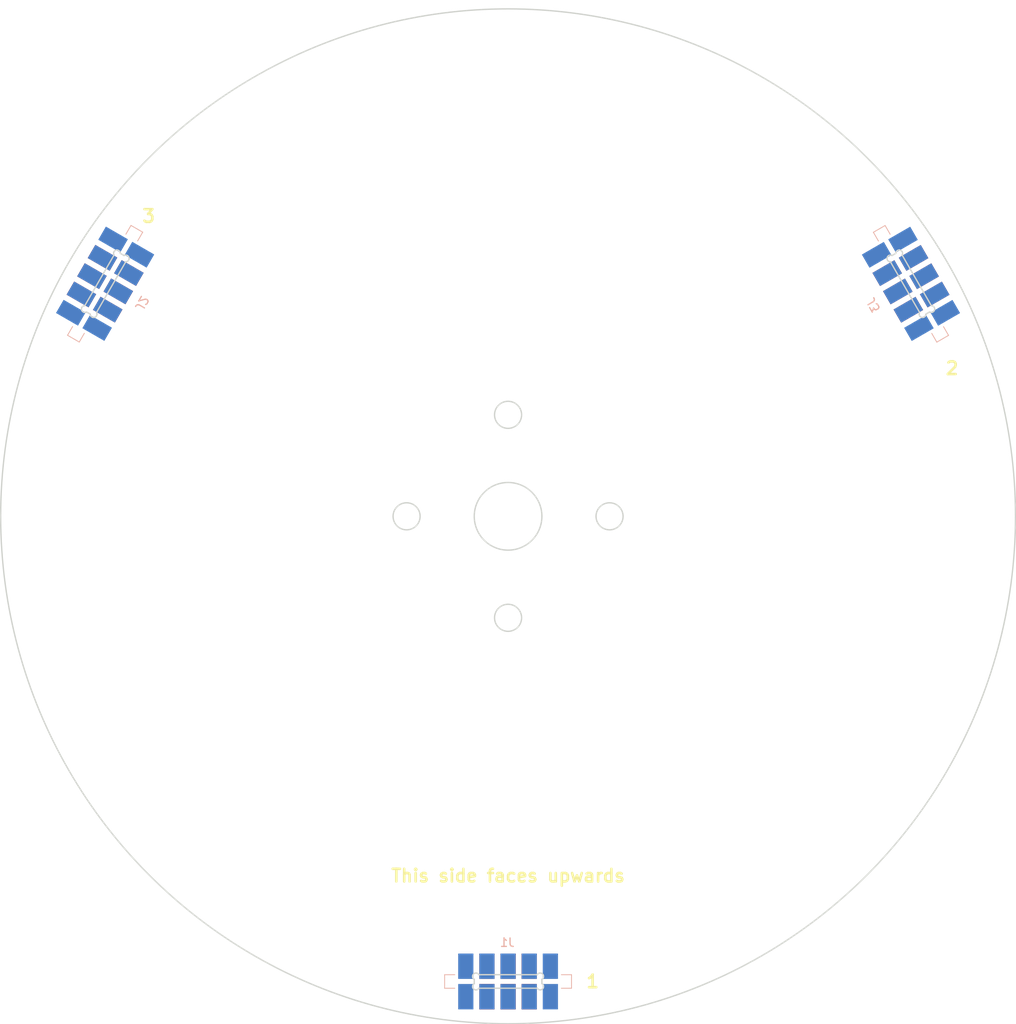
<source format=kicad_pcb>
(kicad_pcb (version 20201002) (generator pcbnew)

  (general
    (thickness 1.6)
  )

  (paper "A4")
  (layers
    (0 "F.Cu" signal)
    (31 "B.Cu" signal)
    (32 "B.Adhes" user "B.Adhesive")
    (33 "F.Adhes" user "F.Adhesive")
    (34 "B.Paste" user)
    (35 "F.Paste" user)
    (36 "B.SilkS" user "B.Silkscreen")
    (37 "F.SilkS" user "F.Silkscreen")
    (38 "B.Mask" user)
    (39 "F.Mask" user)
    (40 "Dwgs.User" user "User.Drawings")
    (41 "Cmts.User" user "User.Comments")
    (42 "Eco1.User" user "User.Eco1")
    (43 "Eco2.User" user "User.Eco2")
    (44 "Edge.Cuts" user)
    (45 "Margin" user)
    (46 "B.CrtYd" user "B.Courtyard")
    (47 "F.CrtYd" user "F.Courtyard")
    (48 "B.Fab" user)
    (49 "F.Fab" user)
  )

  (setup
    (grid_origin 150 100)
    (pcbplotparams
      (layerselection 0x00010fc_ffffffff)
      (usegerberextensions false)
      (usegerberattributes true)
      (usegerberadvancedattributes true)
      (creategerberjobfile true)
      (svguseinch false)
      (svgprecision 6)
      (excludeedgelayer true)
      (linewidth 0.100000)
      (plotframeref false)
      (viasonmask false)
      (mode 1)
      (useauxorigin false)
      (hpglpennumber 1)
      (hpglpenspeed 20)
      (hpglpendiameter 15.000000)
      (psnegative false)
      (psa4output false)
      (plotreference true)
      (plotvalue true)
      (plotinvisibletext false)
      (sketchpadsonfab false)
      (subtractmaskfromsilk false)
      (outputformat 1)
      (mirror false)
      (drillshape 1)
      (scaleselection 1)
      (outputdirectory "")
    )
  )


  (net 0 "")
  (net 1 "Net-(J1-Pad16)")
  (net 2 "Net-(J1-Pad15)")
  (net 3 "Net-(J1-Pad14)")
  (net 4 "Net-(J1-Pad13)")
  (net 5 "Net-(J1-Pad12)")
  (net 6 "Net-(J1-Pad11)")
  (net 7 "Net-(J1-Pad8)")
  (net 8 "Net-(J1-Pad5)")
  (net 9 "Net-(J1-Pad4)")
  (net 10 "Net-(J1-Pad3)")
  (net 11 "Net-(J1-Pad2)")
  (net 12 "Net-(J1-Pad1)")
  (net 13 "Net-(J2-Pad16)")
  (net 14 "Net-(J2-Pad15)")
  (net 15 "Net-(J2-Pad14)")
  (net 16 "Net-(J2-Pad13)")
  (net 17 "Net-(J2-Pad12)")
  (net 18 "Net-(J2-Pad11)")
  (net 19 "Net-(J2-Pad10)")
  (net 20 "Net-(J2-Pad9)")
  (net 21 "Net-(J2-Pad8)")
  (net 22 "Net-(J2-Pad7)")
  (net 23 "Net-(J2-Pad6)")
  (net 24 "Net-(J2-Pad5)")
  (net 25 "Net-(J2-Pad4)")
  (net 26 "Net-(J2-Pad3)")
  (net 27 "Net-(J2-Pad2)")
  (net 28 "Net-(J2-Pad1)")
  (net 29 "Net-(J3-Pad16)")
  (net 30 "Net-(J3-Pad15)")
  (net 31 "Net-(J3-Pad14)")
  (net 32 "Net-(J3-Pad13)")
  (net 33 "Net-(J3-Pad12)")
  (net 34 "Net-(J3-Pad11)")
  (net 35 "Net-(J3-Pad10)")
  (net 36 "Net-(J3-Pad9)")
  (net 37 "Net-(J3-Pad8)")
  (net 38 "Net-(J3-Pad7)")
  (net 39 "Net-(J3-Pad6)")
  (net 40 "Net-(J3-Pad5)")
  (net 41 "Net-(J3-Pad4)")
  (net 42 "Net-(J3-Pad3)")
  (net 43 "Net-(J3-Pad2)")
  (net 44 "Net-(J3-Pad1)")
  (net 45 "/mesh_0r")
  (net 46 "/mesh_1r")
  (net 47 "/mesh_1s")
  (net 48 "/mesh_0s")

  (module "common_footprints:8mm_base" (layer "B.Cu") (tedit 5F85D835) (tstamp d3200566-d563-4a4c-8808-4e8edbfe7c9a)
    (at 197.641154 72.509936 -60)
    (property "Sheet file" "/home/user/research/rotohsm/prototype/mech_pcbs/rotor_top_pcb/rotor_top_pcb.kicad_sch")
    (property "Sheet name" "")
    (path "/da2de732-e8e4-4102-943f-b8565ea9e299")
    (attr through_hole)
    (fp_text reference "J3" (at -0.064118 5.091184 120 unlocked) (layer "B.SilkS")
      (effects (font (size 1 1) (thickness 0.15)) (justify mirror))
      (tstamp 8e0ddfca-13bf-4899-a501-c8a21e11fa09)
    )
    (fp_text value "8mm_junction" (at 0 -1 -60 unlocked) (layer "B.Fab")
      (effects (font (size 1 1) (thickness 0.15)) (justify mirror))
      (tstamp a9ef3bfe-29aa-436d-843a-9309d0ad17e0)
    )
    (fp_line (start 7.5 0.8) (end 6.3 0.8) (layer "B.SilkS") (width 0.1) (tstamp 11ffa9fe-46fe-4b88-8856-ce4bbec7d9c2))
    (fp_line (start -7.5 -0.8) (end -6.3 -0.8) (layer "B.SilkS") (width 0.1) (tstamp 3c1de726-e41a-4ebe-8384-0e5652263fff))
    (fp_line (start -7.5 0.8) (end -7.5 -0.8) (layer "B.SilkS") (width 0.1) (tstamp 9e5c19d4-15d2-4898-bd40-cfb852f49433))
    (fp_line (start 6.3 -0.8) (end 7.5 -0.8) (layer "B.SilkS") (width 0.1) (tstamp bcf10b8d-b151-4e9c-ab81-9352ec8bfe80))
    (fp_line (start -6.3 0.8) (end -7.5 0.8) (layer "B.SilkS") (width 0.1) (tstamp f075af7c-8bec-4c24-815f-fc38710da161))
    (fp_line (start 7.5 -0.8) (end 7.5 0.8) (layer "B.SilkS") (width 0.1) (tstamp ffa74858-c22b-447e-8f37-90e250e60977))
    (fp_rect (start -4 -0.8) (end 4 0.8) (layer "Dwgs.User") (width 0.1) (tstamp 84fa4a00-759f-42fd-9c40-13550db9136d))
    (pad "1" smd rect (at -5 -1.8 300) (size 1.8 3) (layers "B.Cu" "B.Mask")
      (net 44 "Net-(J3-Pad1)") (tstamp 66f149eb-8914-428b-aef6-9e49379aa7d9))
    (pad "2" smd rect (at -2.5 -1.8 300) (size 1.8 3) (layers "B.Cu" "B.Mask")
      (net 43 "Net-(J3-Pad2)") (tstamp 838ca12d-5040-4c53-bf90-f0261d476a6c))
    (pad "3" smd rect (at 0 -1.8 300) (size 1.8 3) (layers "B.Cu" "B.Mask")
      (net 42 "Net-(J3-Pad3)") (tstamp 5e6da997-11e6-418f-88d9-cb96324e8b04))
    (pad "4" smd rect (at 2.5 -1.8 300) (size 1.8 3) (layers "B.Cu" "B.Mask")
      (net 41 "Net-(J3-Pad4)") (tstamp 3e51f9da-e5d8-4830-b1d9-e58a37cec362))
    (pad "5" smd rect (at 5 -1.8 300) (size 1.8 3) (layers "B.Cu" "B.Mask")
      (net 40 "Net-(J3-Pad5)") (tstamp 8e57866a-da1d-4e0b-8a41-6db4778d2c2b))
    (pad "6" smd rect (at 5 1.8 300) (size 1.8 3) (layers "B.Cu" "B.Mask")
      (net 39 "Net-(J3-Pad6)") (tstamp b8ff2a7f-1fe6-4710-a8e4-1c19528c47b0))
    (pad "7" smd rect (at 2.5 1.8 300) (size 1.8 3) (layers "B.Cu" "B.Mask")
      (net 38 "Net-(J3-Pad7)") (tstamp 942366a9-ac74-40d6-9af3-2f6b5e009a01))
    (pad "8" smd rect (at 0 1.8 300) (size 1.8 3) (layers "B.Cu" "B.Mask")
      (net 37 "Net-(J3-Pad8)") (tstamp 33cd477e-72fe-4c13-af2c-5c366a201c04))
    (pad "9" smd rect (at -2.5 1.8 300) (size 1.8 3) (layers "B.Cu" "B.Mask")
      (net 36 "Net-(J3-Pad9)") (tstamp fc9a51a1-dcbb-45f7-952e-9ceaead84b2e))
    (pad "10" smd rect (at -5 1.8 300) (size 1.8 3) (layers "B.Cu" "B.Mask")
      (net 35 "Net-(J3-Pad10)") (tstamp e23a446e-6508-4a29-bb82-1ad2387190a1))
    (pad "11" smd rect (at -2.5 -1.8 300) (size 1.8 3) (layers "F.Cu" "F.Mask")
      (net 34 "Net-(J3-Pad11)") (solder_mask_margin 0.1) (tstamp 579d0cf5-3478-4921-9c98-a52ff9525018))
    (pad "12" smd rect (at 0 -1.8 300) (size 1.8 3) (layers "F.Cu" "F.Mask")
      (net 33 "Net-(J3-Pad12)") (solder_mask_margin 0.1) (tstamp 208b15a6-e6c3-447c-b987-34198eafe81d))
    (pad "13" smd rect (at 2.5 -1.8 300) (size 1.8 3) (layers "F.Cu" "F.Mask")
      (net 32 "Net-(J3-Pad13)") (solder_mask_margin 0.1) (tstamp c2ff110c-9c37-462f-b3fc-a5f96b515c43))
    (pad "14" smd rect (at 2.5 1.8 300) (size 1.8 3) (layers "F.Cu" "F.Mask")
      (net 31 "Net-(J3-Pad14)") (solder_mask_margin 0.1) (tstamp db622a2e-ce51-4874-8156-16428369758e))
    (pad "15" smd rect (at 0 1.8 300) (size 1.8 3) (layers "F.Cu" "F.Mask")
      (net 30 "Net-(J3-Pad15)") (solder_mask_margin 0.1) (tstamp b848f4ea-0805-4493-8333-2473b90dc479))
    (pad "16" smd rect (at -2.5 1.8 300) (size 1.8 3) (layers "F.Cu" "F.Mask")
      (net 29 "Net-(J3-Pad16)") (solder_mask_margin 0.1) (tstamp 1c7ef4b6-0b92-47d1-8e5c-6de0a27da010))
  )

  (module "common_footprints:8mm_base" (layer "B.Cu") (tedit 5F85D835) (tstamp d818003d-cd81-426a-82c6-b64fcf6601ee)
    (at 102.35 72.5 60)
    (property "Sheet file" "/home/user/research/rotohsm/prototype/mech_pcbs/rotor_top_pcb/rotor_top_pcb.kicad_sch")
    (property "Sheet name" "")
    (path "/efa87beb-9e1c-4f0c-95e0-9d80890741d8")
    (attr through_hole)
    (fp_text reference "J2" (at 0.183142 4.917211 240 unlocked) (layer "B.SilkS")
      (effects (font (size 1 1) (thickness 0.15)) (justify mirror))
      (tstamp 9bd17d68-8fe8-45cf-989e-bbf9e3b00300)
    )
    (fp_text value "8mm_junction" (at 0 -1 60 unlocked) (layer "B.Fab")
      (effects (font (size 1 1) (thickness 0.15)) (justify mirror))
      (tstamp 79a7c8b8-8516-48cc-85d2-9634dc131825)
    )
    (fp_line (start 6.3 -0.8) (end 7.5 -0.8) (layer "B.SilkS") (width 0.1) (tstamp 32aa5e0f-b4e7-4b1e-88f5-0948fa24d858))
    (fp_line (start -7.5 0.8) (end -7.5 -0.8) (layer "B.SilkS") (width 0.1) (tstamp 37fc7ecb-0e4d-4a69-a73d-148a136e388d))
    (fp_line (start 7.5 0.8) (end 6.3 0.8) (layer "B.SilkS") (width 0.1) (tstamp 55fb93f7-07c8-428d-8f86-803c37613510))
    (fp_line (start -6.3 0.8) (end -7.5 0.8) (layer "B.SilkS") (width 0.1) (tstamp 7a2524c2-12aa-486c-b499-f6950ef4ffff))
    (fp_line (start -7.5 -0.8) (end -6.3 -0.8) (layer "B.SilkS") (width 0.1) (tstamp c2ee2cc3-e74f-40c6-9335-b56b9f1d1aee))
    (fp_line (start 7.5 -0.8) (end 7.5 0.8) (layer "B.SilkS") (width 0.1) (tstamp fdda92e9-7a52-4291-8c0d-0ba9b3116447))
    (fp_rect (start -4 -0.8) (end 4 0.8) (layer "Dwgs.User") (width 0.1) (tstamp df049998-03d6-4392-8c80-9af81fdf62b7))
    (pad "1" smd rect (at -5 -1.8 60) (size 1.8 3) (layers "B.Cu" "B.Mask")
      (net 28 "Net-(J2-Pad1)") (tstamp 2ca35deb-386d-400c-bbeb-4f93381027ef))
    (pad "2" smd rect (at -2.5 -1.8 60) (size 1.8 3) (layers "B.Cu" "B.Mask")
      (net 27 "Net-(J2-Pad2)") (tstamp f52116e1-aedf-4a46-82a8-d3462298dd90))
    (pad "3" smd rect (at 0 -1.8 60) (size 1.8 3) (layers "B.Cu" "B.Mask")
      (net 26 "Net-(J2-Pad3)") (tstamp eb66f092-b703-46db-9877-6d301ce48bbb))
    (pad "4" smd rect (at 2.5 -1.8 60) (size 1.8 3) (layers "B.Cu" "B.Mask")
      (net 25 "Net-(J2-Pad4)") (tstamp f2a708bf-45d1-4be9-a17e-6be16d1a5d1d))
    (pad "5" smd rect (at 5 -1.8 60) (size 1.8 3) (layers "B.Cu" "B.Mask")
      (net 24 "Net-(J2-Pad5)") (tstamp 75b3511f-07c1-41ee-b782-49d736285a06))
    (pad "6" smd rect (at 5 1.8 60) (size 1.8 3) (layers "B.Cu" "B.Mask")
      (net 23 "Net-(J2-Pad6)") (tstamp 428d9ed9-bfa7-4c42-a136-95584bb5b490))
    (pad "7" smd rect (at 2.5 1.8 60) (size 1.8 3) (layers "B.Cu" "B.Mask")
      (net 22 "Net-(J2-Pad7)") (tstamp 0918bb87-2865-4117-aab5-27f9aa66699f))
    (pad "8" smd rect (at 0 1.8 60) (size 1.8 3) (layers "B.Cu" "B.Mask")
      (net 21 "Net-(J2-Pad8)") (tstamp 5b01c900-9c78-4dc5-9286-2a191e3ffd1f))
    (pad "9" smd rect (at -2.5 1.8 60) (size 1.8 3) (layers "B.Cu" "B.Mask")
      (net 20 "Net-(J2-Pad9)") (tstamp 54a51f08-1702-4170-abd7-39165e3e41c5))
    (pad "10" smd rect (at -5 1.8 60) (size 1.8 3) (layers "B.Cu" "B.Mask")
      (net 19 "Net-(J2-Pad10)") (tstamp 0f19cc4f-890a-479d-b939-5bd0d29236c1))
    (pad "11" smd rect (at -2.5 -1.8 60) (size 1.8 3) (layers "F.Cu" "F.Mask")
      (net 18 "Net-(J2-Pad11)") (solder_mask_margin 0.1) (tstamp 3d81c36e-ee92-444d-999f-cfaacd1a3d10))
    (pad "12" smd rect (at 0 -1.8 60) (size 1.8 3) (layers "F.Cu" "F.Mask")
      (net 17 "Net-(J2-Pad12)") (solder_mask_margin 0.1) (tstamp 586d18cf-d685-46f2-a3a9-556f8ced23df))
    (pad "13" smd rect (at 2.5 -1.8 60) (size 1.8 3) (layers "F.Cu" "F.Mask")
      (net 16 "Net-(J2-Pad13)") (solder_mask_margin 0.1) (tstamp 1700bd0b-6eb6-4018-9c8f-8d8f5abf1055))
    (pad "14" smd rect (at 2.5 1.8 60) (size 1.8 3) (layers "F.Cu" "F.Mask")
      (net 15 "Net-(J2-Pad14)") (solder_mask_margin 0.1) (tstamp bd2b4952-9716-4ac4-b9ae-892bd53100d6))
    (pad "15" smd rect (at 0 1.8 60) (size 1.8 3) (layers "F.Cu" "F.Mask")
      (net 14 "Net-(J2-Pad15)") (solder_mask_margin 0.1) (tstamp e66c8355-aba6-47bd-8238-319f7ce7016b))
    (pad "16" smd rect (at -2.5 1.8 60) (size 1.8 3) (layers "F.Cu" "F.Mask")
      (net 13 "Net-(J2-Pad16)") (solder_mask_margin 0.1) (tstamp 72843a41-ad7d-4fed-a319-5f44bf8a3642))
  )

  (module "common_footprints:8mm_base" (layer "B.Cu") (tedit 5F85D835) (tstamp f24eeb49-02d7-4b48-9c0a-afa28c07498b)
    (at 150 155 180)
    (property "Sheet file" "/home/user/research/rotohsm/prototype/mech_pcbs/rotor_top_pcb/rotor_top_pcb.kicad_sch")
    (property "Sheet name" "")
    (path "/a1b21986-1f92-4449-882b-14b8f91c2510")
    (attr through_hole)
    (fp_text reference "J1" (at 0.1 4.6 unlocked) (layer "B.SilkS")
      (effects (font (size 1 1) (thickness 0.15)) (justify mirror))
      (tstamp 50a44686-91b2-4da7-bdc2-1be5f99e85d6)
    )
    (fp_text value "8mm_junction" (at 0 -1 180 unlocked) (layer "B.Fab")
      (effects (font (size 1 1) (thickness 0.15)) (justify mirror))
      (tstamp eef3396a-3784-4185-8c7b-507113067ecf)
    )
    (fp_line (start -6.3 0.8) (end -7.5 0.8) (layer "B.SilkS") (width 0.1) (tstamp 2fd626a3-82e9-45d5-b411-c667ea61cd6a))
    (fp_line (start -7.5 -0.8) (end -6.3 -0.8) (layer "B.SilkS") (width 0.1) (tstamp 37d15c64-0d11-4a9e-a70c-1660aa171c4a))
    (fp_line (start 7.5 0.8) (end 6.3 0.8) (layer "B.SilkS") (width 0.1) (tstamp 7ee9e1fe-d295-4aac-b998-23d221d5699d))
    (fp_line (start -7.5 0.8) (end -7.5 -0.8) (layer "B.SilkS") (width 0.1) (tstamp b3d34b8e-1900-4a5b-a331-4665812f7de9))
    (fp_line (start 6.3 -0.8) (end 7.5 -0.8) (layer "B.SilkS") (width 0.1) (tstamp e0eb0d28-37ef-4a1e-83fb-7ac3d00bb6ba))
    (fp_line (start 7.5 -0.8) (end 7.5 0.8) (layer "B.SilkS") (width 0.1) (tstamp ff3d35c9-980f-4497-92e2-cbe1f7540c3f))
    (fp_rect (start -4 -0.8) (end 4 0.8) (layer "Dwgs.User") (width 0.1) (tstamp 9f48e2e3-f5f3-46f3-8c41-e9ee62cd7d22))
    (pad "1" smd rect (at -5 -1.8 180) (size 1.8 3) (layers "B.Cu" "B.Mask")
      (net 12 "Net-(J1-Pad1)") (tstamp 8b005063-70e8-4fa6-a17f-d63a5bc55adf))
    (pad "2" smd rect (at -2.5 -1.8 180) (size 1.8 3) (layers "B.Cu" "B.Mask")
      (net 11 "Net-(J1-Pad2)") (tstamp c7a238a7-7fae-4c1e-8827-5a5c80a6cd73))
    (pad "3" smd rect (at 0 -1.8 180) (size 1.8 3) (layers "B.Cu" "B.Mask")
      (net 10 "Net-(J1-Pad3)") (tstamp b37a3105-e2b3-46ec-9a2b-33c3478abd9b))
    (pad "4" smd rect (at 2.5 -1.8 180) (size 1.8 3) (layers "B.Cu" "B.Mask")
      (net 9 "Net-(J1-Pad4)") (tstamp 625284a4-c8b7-43ad-811a-3b3ebb6923fb))
    (pad "5" smd rect (at 5 -1.8 180) (size 1.8 3) (layers "B.Cu" "B.Mask")
      (net 8 "Net-(J1-Pad5)") (tstamp 0d441b74-e4c4-40a7-be1e-669253094a7a))
    (pad "6" smd rect (at 5 1.8 180) (size 1.8 3) (layers "B.Cu" "B.Mask")
      (net 48 "/mesh_0s") (tstamp 259b85ee-7fea-4525-bc7a-9b35b0944685))
    (pad "7" smd rect (at 2.5 1.8 180) (size 1.8 3) (layers "B.Cu" "B.Mask")
      (net 47 "/mesh_1s") (tstamp cb669c81-8f08-440d-a223-088257cb9d16))
    (pad "8" smd rect (at 0 1.8 180) (size 1.8 3) (layers "B.Cu" "B.Mask")
      (net 7 "Net-(J1-Pad8)") (tstamp 0e79185c-dc79-4891-912c-ab488643fdea))
    (pad "9" smd rect (at -2.5 1.8 180) (size 1.8 3) (layers "B.Cu" "B.Mask")
      (net 46 "/mesh_1r") (tstamp 0d9a65fb-5d08-4f42-a487-7fd78e65812b))
    (pad "10" smd rect (at -5 1.8 180) (size 1.8 3) (layers "B.Cu" "B.Mask")
      (net 45 "/mesh_0r") (tstamp 9fa55b21-9aba-404f-b4b4-89869b5d242c))
    (pad "11" smd rect (at -2.5 -1.8 180) (size 1.8 3) (layers "F.Cu" "F.Mask")
      (net 6 "Net-(J1-Pad11)") (solder_mask_margin 0.1) (tstamp d01e626e-f918-401d-91b0-e493ac08adac))
    (pad "12" smd rect (at 0 -1.8 180) (size 1.8 3) (layers "F.Cu" "F.Mask")
      (net 5 "Net-(J1-Pad12)") (solder_mask_margin 0.1) (tstamp 5dcfb1bf-96d4-402f-a129-7c0e25b9ecb8))
    (pad "13" smd rect (at 2.5 -1.8 180) (size 1.8 3) (layers "F.Cu" "F.Mask")
      (net 4 "Net-(J1-Pad13)") (solder_mask_margin 0.1) (tstamp 1d44bee6-9917-4a2a-af28-1f1262b13759))
    (pad "14" smd rect (at 2.5 1.8 180) (size 1.8 3) (layers "F.Cu" "F.Mask")
      (net 3 "Net-(J1-Pad14)") (solder_mask_margin 0.1) (tstamp 29e2138b-218e-48e7-aed5-6b69a2210766))
    (pad "15" smd rect (at 0 1.8 180) (size 1.8 3) (layers "F.Cu" "F.Mask")
      (net 2 "Net-(J1-Pad15)") (solder_mask_margin 0.1) (tstamp c5a0302a-02f7-47ae-9498-f05c709e6ca8))
    (pad "16" smd rect (at -2.5 1.8 180) (size 1.8 3) (layers "F.Cu" "F.Mask")
      (net 1 "Net-(J1-Pad16)") (solder_mask_margin 0.1) (tstamp 634411c3-676a-49ef-99e3-c8acd149de23))
  )

  (gr_poly (pts
 (xy 200 61)
    (xy 189 67)
    (xy 198 82)
    (xy 210 75)
    (xy 210 160)
    (xy 90 160)
    (xy 90 90)
    (xy 91 77)
    (xy 102 82)
    (xy 111 67)
    (xy 95 60)
    (xy 95 40)
    (xy 177 39)) (layer "Eco1.User") (width 0.1) (tstamp 9eb5260b-7f86-4f68-8591-70027bad8ee3))
  (gr_line (start 99.949 75.091) (end 103.403 69.109) (angle 90) (layer "Edge.Cuts") (width 0.16) (tstamp 037575b2-a072-4db2-adad-adde48bad8d3))
  (gr_line (start 199.412 76.091) (end 199.851 75.837) (angle 90) (layer "Edge.Cuts") (width 0.16) (tstamp 0f6aa767-2d62-4d79-bcc0-071a43fc4b2f))
  (gr_circle (center 138 100) (end 136.4 100) (layer "Edge.Cuts") (width 0.16) (tstamp 24c76efc-fa73-4315-9872-d3a1650190eb))
  (gr_arc (start 200.051 75.491) (end 199.851 75.837) (angle -210) (layer "Edge.Cuts") (width 0.16) (tstamp 255e46dd-23a7-417a-bd85-27642f0c3880))
  (gr_arc (start 103.749 68.909) (end 104.149 68.909) (angle -210) (layer "Edge.Cuts") (width 0.16) (tstamp 2ee61445-197c-44a1-9cb7-ad7147a73a10))
  (gr_circle (center 150 100) (end 146 100) (layer "Edge.Cuts") (width 0.16) (tstamp 2fa3df53-7b2c-4301-8bea-6d4b21bc4201))
  (gr_line (start 146 154.746) (end 146 155.254) (angle 90) (layer "Edge.Cuts") (width 0.16) (tstamp 447dd2e1-7601-48e2-85ca-2a075cdef4ac))
  (gr_arc (start 199.012 76.091) (end 198.665 75.891) (angle -210) (layer "Edge.Cuts") (width 0.16) (tstamp 50ca8c57-0a2e-44a3-afdd-2a4b5ea69412))
  (gr_arc (start 195.212 69.509) (end 195.412 69.163) (angle -210) (layer "Edge.Cuts") (width 0.16) (tstamp 5539b53f-e31f-4875-a336-590200481045))
  (gr_arc (start 196.251 68.909) (end 196.597 69.109) (angle -210) (layer "Edge.Cuts") (width 0.16) (tstamp 568d483a-4a3b-4a54-ac44-cf4110bad384))
  (gr_circle (center 150 100) (end 90 100) (layer "Edge.Cuts") (width 0.16) (tstamp 65aaf0d5-7af2-4ca4-8f30-79de15eec9bb))
  (gr_line (start 104.588 69.163) (end 104.149 68.909) (angle 90) (layer "Edge.Cuts") (width 0.16) (tstamp 6927b8a5-e32c-48ab-80c2-9a7dd7c95cd5))
  (gr_arc (start 146.2 155.6) (end 146 155.254) (angle -210) (layer "Edge.Cuts") (width 0.16) (tstamp 78d0ded2-b865-4004-a604-7f2c8d74e3a2))
  (gr_circle (center 162 100) (end 160.4 100) (layer "Edge.Cuts") (width 0.16) (tstamp 7a64ded5-bb55-4387-bad5-98967e89c99c))
  (gr_circle (center 150 112) (end 148.4 112) (layer "Edge.Cuts") (width 0.16) (tstamp 8749f388-1c79-49de-808d-e06eea24c47a))
  (gr_line (start 196.597 69.109) (end 200.051 75.091) (angle 90) (layer "Edge.Cuts") (width 0.16) (tstamp 8d5fac8e-68b9-497a-b254-8c73bf3e9618))
  (gr_arc (start 104.788 69.509) (end 104.788 69.909) (angle -210) (layer "Edge.Cuts") (width 0.16) (tstamp 90d84e53-a61c-4a6b-b1f3-8740cf9bf50f))
  (gr_arc (start 146.2 154.4) (end 146.546 154.2) (angle -210) (layer "Edge.Cuts") (width 0.16) (tstamp 9119234c-121a-4d83-b318-04b323bcb662))
  (gr_arc (start 99.949 75.491) (end 99.949 75.091) (angle -210) (layer "Edge.Cuts") (width 0.16) (tstamp 94b97614-a672-4c2f-8070-7698fcd0f206))
  (gr_line (start 195.412 69.163) (end 195.851 68.909) (angle 90) (layer "Edge.Cuts") (width 0.16) (tstamp a64673bc-5649-4ccf-be0f-92764ae3fe3c))
  (gr_line (start 153.454 154.2) (end 146.546 154.2) (angle 90) (layer "Edge.Cuts") (width 0.16) (tstamp bd56182d-4c75-42ba-96b3-91304928b697))
  (gr_arc (start 100.988 76.091) (end 100.588 76.091) (angle -210) (layer "Edge.Cuts") (width 0.16) (tstamp be17fd50-c52f-4a81-a00e-01929d3f8d2b))
  (gr_arc (start 153.8 155.6) (end 153.454 155.8) (angle -210) (layer "Edge.Cuts") (width 0.16) (tstamp c2fe01b0-91bc-4ce3-8343-7a74ae4dbfaa))
  (gr_circle (center 150 88) (end 148.4 88) (layer "Edge.Cuts") (width 0.16) (tstamp d4286737-97ce-4648-8ad8-c5c72acba331))
  (gr_arc (start 153.8 154.4) (end 154 154.746) (angle -210) (layer "Edge.Cuts") (width 0.16) (tstamp d5976085-5a09-4240-98dc-2b7aed943c00))
  (gr_line (start 154 154.746) (end 154 155.254) (angle 90) (layer "Edge.Cuts") (width 0.16) (tstamp db7c2b5d-1b45-46cd-ba9e-72988b96973c))
  (gr_line (start 101.335 75.891) (end 104.788 69.909) (angle 90) (layer "Edge.Cuts") (width 0.16) (tstamp db7c96d6-625d-48cd-aa25-1a438e7f53ce))
  (gr_line (start 100.588 76.091) (end 100.149 75.837) (angle 90) (layer "Edge.Cuts") (width 0.16) (tstamp dc64681f-3891-4c00-a901-a410bfd542ba))
  (gr_line (start 153.454 155.8) (end 146.546 155.8) (angle 90) (layer "Edge.Cuts") (width 0.16) (tstamp e937da31-8030-4fba-a1d8-8b93749e4841))
  (gr_line (start 195.212 69.909) (end 198.665 75.891) (angle 90) (layer "Edge.Cuts") (width 0.16) (tstamp fe32f053-1e0b-4199-a904-38f7a1e9bbc4))
  (gr_text "This side faces upwards" (at 150 142.5) (layer "F.SilkS") (tstamp 1b998dbf-82f3-4ae8-a466-5664592aaeda)
    (effects (font (size 1.5 1.5) (thickness 0.3)))
  )
  (gr_text "3" (at 107.5 64.5) (layer "F.SilkS") (tstamp bc444311-3d5a-4829-822d-15f27340c28c)
    (effects (font (size 1.5 1.5) (thickness 0.3)))
  )
  (gr_text "2" (at 202.5 82.5) (layer "F.SilkS") (tstamp c49133a9-4503-41e3-9fb5-50d360ea61da)
    (effects (font (size 1.5 1.5) (thickness 0.3)))
  )
  (gr_text "1" (at 160 155) (layer "F.SilkS") (tstamp f1e3582d-416f-420d-9f72-9c3f696e52fd)
    (effects (font (size 1.5 1.5) (thickness 0.3)))
  )

)

</source>
